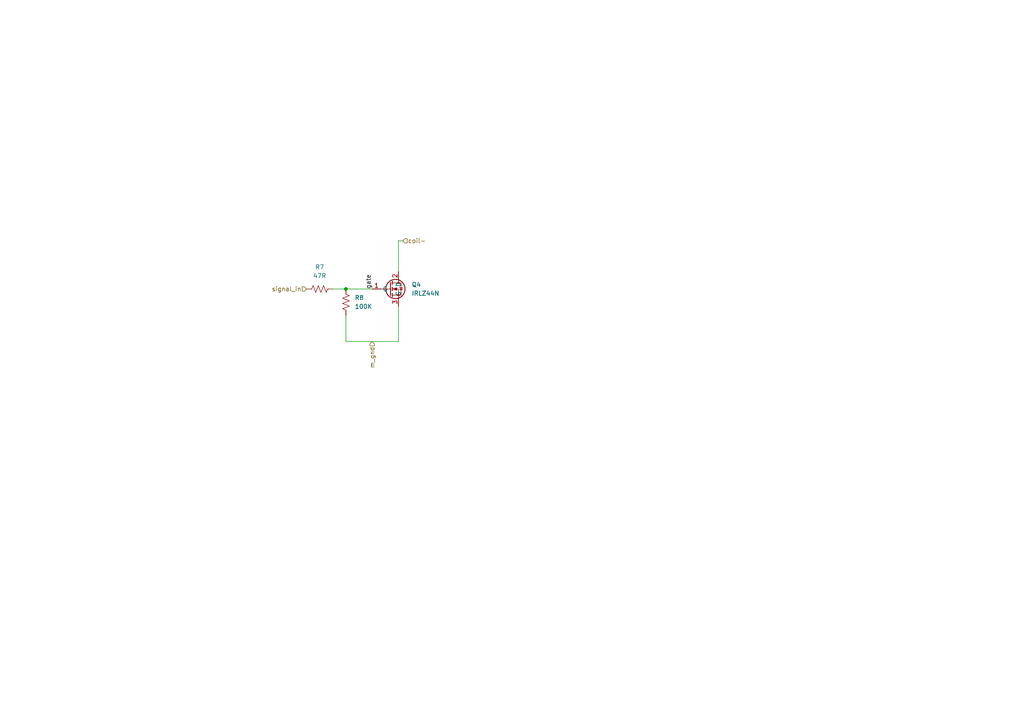
<source format=kicad_sch>
(kicad_sch
	(version 20250114)
	(generator "eeschema")
	(generator_version "9.0")
	(uuid "57fcd4e4-e03a-4da3-9068-5f076df4df21")
	(paper "A4")
	(lib_symbols
		(symbol "Device:R_US"
			(pin_numbers
				(hide yes)
			)
			(pin_names
				(offset 0)
			)
			(exclude_from_sim no)
			(in_bom yes)
			(on_board yes)
			(property "Reference" "R"
				(at 2.54 0 90)
				(effects
					(font
						(size 1.27 1.27)
					)
				)
			)
			(property "Value" "R_US"
				(at -2.54 0 90)
				(effects
					(font
						(size 1.27 1.27)
					)
				)
			)
			(property "Footprint" ""
				(at 1.016 -0.254 90)
				(effects
					(font
						(size 1.27 1.27)
					)
					(hide yes)
				)
			)
			(property "Datasheet" "~"
				(at 0 0 0)
				(effects
					(font
						(size 1.27 1.27)
					)
					(hide yes)
				)
			)
			(property "Description" "Resistor, US symbol"
				(at 0 0 0)
				(effects
					(font
						(size 1.27 1.27)
					)
					(hide yes)
				)
			)
			(property "ki_keywords" "R res resistor"
				(at 0 0 0)
				(effects
					(font
						(size 1.27 1.27)
					)
					(hide yes)
				)
			)
			(property "ki_fp_filters" "R_*"
				(at 0 0 0)
				(effects
					(font
						(size 1.27 1.27)
					)
					(hide yes)
				)
			)
			(symbol "R_US_0_1"
				(polyline
					(pts
						(xy 0 2.286) (xy 0 2.54)
					)
					(stroke
						(width 0)
						(type default)
					)
					(fill
						(type none)
					)
				)
				(polyline
					(pts
						(xy 0 2.286) (xy 1.016 1.905) (xy 0 1.524) (xy -1.016 1.143) (xy 0 0.762)
					)
					(stroke
						(width 0)
						(type default)
					)
					(fill
						(type none)
					)
				)
				(polyline
					(pts
						(xy 0 0.762) (xy 1.016 0.381) (xy 0 0) (xy -1.016 -0.381) (xy 0 -0.762)
					)
					(stroke
						(width 0)
						(type default)
					)
					(fill
						(type none)
					)
				)
				(polyline
					(pts
						(xy 0 -0.762) (xy 1.016 -1.143) (xy 0 -1.524) (xy -1.016 -1.905) (xy 0 -2.286)
					)
					(stroke
						(width 0)
						(type default)
					)
					(fill
						(type none)
					)
				)
				(polyline
					(pts
						(xy 0 -2.286) (xy 0 -2.54)
					)
					(stroke
						(width 0)
						(type default)
					)
					(fill
						(type none)
					)
				)
			)
			(symbol "R_US_1_1"
				(pin passive line
					(at 0 3.81 270)
					(length 1.27)
					(name "~"
						(effects
							(font
								(size 1.27 1.27)
							)
						)
					)
					(number "1"
						(effects
							(font
								(size 1.27 1.27)
							)
						)
					)
				)
				(pin passive line
					(at 0 -3.81 90)
					(length 1.27)
					(name "~"
						(effects
							(font
								(size 1.27 1.27)
							)
						)
					)
					(number "2"
						(effects
							(font
								(size 1.27 1.27)
							)
						)
					)
				)
			)
			(embedded_fonts no)
		)
		(symbol "Transistor_FET:IRLZ44N"
			(exclude_from_sim no)
			(in_bom yes)
			(on_board yes)
			(property "Reference" "Q"
				(at 5.08 1.905 0)
				(effects
					(font
						(size 1.27 1.27)
					)
					(justify left)
				)
			)
			(property "Value" "IRLZ44N"
				(at 5.08 0 0)
				(effects
					(font
						(size 1.27 1.27)
					)
					(justify left)
				)
			)
			(property "Footprint" "Package_TO_SOT_THT:TO-220-3_Vertical"
				(at 5.08 -1.905 0)
				(effects
					(font
						(size 1.27 1.27)
						(italic yes)
					)
					(justify left)
					(hide yes)
				)
			)
			(property "Datasheet" "http://www.irf.com/product-info/datasheets/data/irlz44n.pdf"
				(at 5.08 -3.81 0)
				(effects
					(font
						(size 1.27 1.27)
					)
					(justify left)
					(hide yes)
				)
			)
			(property "Description" "47A Id, 55V Vds, 22mOhm Rds Single N-Channel HEXFET Power MOSFET, TO-220AB"
				(at 0 0 0)
				(effects
					(font
						(size 1.27 1.27)
					)
					(hide yes)
				)
			)
			(property "ki_keywords" "N-Channel HEXFET MOSFET Logic-Level"
				(at 0 0 0)
				(effects
					(font
						(size 1.27 1.27)
					)
					(hide yes)
				)
			)
			(property "ki_fp_filters" "TO?220*"
				(at 0 0 0)
				(effects
					(font
						(size 1.27 1.27)
					)
					(hide yes)
				)
			)
			(symbol "IRLZ44N_0_1"
				(polyline
					(pts
						(xy 0.254 1.905) (xy 0.254 -1.905)
					)
					(stroke
						(width 0.254)
						(type default)
					)
					(fill
						(type none)
					)
				)
				(polyline
					(pts
						(xy 0.254 0) (xy -2.54 0)
					)
					(stroke
						(width 0)
						(type default)
					)
					(fill
						(type none)
					)
				)
				(polyline
					(pts
						(xy 0.762 2.286) (xy 0.762 1.27)
					)
					(stroke
						(width 0.254)
						(type default)
					)
					(fill
						(type none)
					)
				)
				(polyline
					(pts
						(xy 0.762 0.508) (xy 0.762 -0.508)
					)
					(stroke
						(width 0.254)
						(type default)
					)
					(fill
						(type none)
					)
				)
				(polyline
					(pts
						(xy 0.762 -1.27) (xy 0.762 -2.286)
					)
					(stroke
						(width 0.254)
						(type default)
					)
					(fill
						(type none)
					)
				)
				(polyline
					(pts
						(xy 0.762 -1.778) (xy 3.302 -1.778) (xy 3.302 1.778) (xy 0.762 1.778)
					)
					(stroke
						(width 0)
						(type default)
					)
					(fill
						(type none)
					)
				)
				(polyline
					(pts
						(xy 1.016 0) (xy 2.032 0.381) (xy 2.032 -0.381) (xy 1.016 0)
					)
					(stroke
						(width 0)
						(type default)
					)
					(fill
						(type outline)
					)
				)
				(circle
					(center 1.651 0)
					(radius 2.794)
					(stroke
						(width 0.254)
						(type default)
					)
					(fill
						(type none)
					)
				)
				(polyline
					(pts
						(xy 2.54 2.54) (xy 2.54 1.778)
					)
					(stroke
						(width 0)
						(type default)
					)
					(fill
						(type none)
					)
				)
				(circle
					(center 2.54 1.778)
					(radius 0.254)
					(stroke
						(width 0)
						(type default)
					)
					(fill
						(type outline)
					)
				)
				(circle
					(center 2.54 -1.778)
					(radius 0.254)
					(stroke
						(width 0)
						(type default)
					)
					(fill
						(type outline)
					)
				)
				(polyline
					(pts
						(xy 2.54 -2.54) (xy 2.54 0) (xy 0.762 0)
					)
					(stroke
						(width 0)
						(type default)
					)
					(fill
						(type none)
					)
				)
				(polyline
					(pts
						(xy 2.794 0.508) (xy 2.921 0.381) (xy 3.683 0.381) (xy 3.81 0.254)
					)
					(stroke
						(width 0)
						(type default)
					)
					(fill
						(type none)
					)
				)
				(polyline
					(pts
						(xy 3.302 0.381) (xy 2.921 -0.254) (xy 3.683 -0.254) (xy 3.302 0.381)
					)
					(stroke
						(width 0)
						(type default)
					)
					(fill
						(type none)
					)
				)
			)
			(symbol "IRLZ44N_1_1"
				(pin input line
					(at -5.08 0 0)
					(length 2.54)
					(name "G"
						(effects
							(font
								(size 1.27 1.27)
							)
						)
					)
					(number "1"
						(effects
							(font
								(size 1.27 1.27)
							)
						)
					)
				)
				(pin passive line
					(at 2.54 5.08 270)
					(length 2.54)
					(name "D"
						(effects
							(font
								(size 1.27 1.27)
							)
						)
					)
					(number "2"
						(effects
							(font
								(size 1.27 1.27)
							)
						)
					)
				)
				(pin passive line
					(at 2.54 -5.08 90)
					(length 2.54)
					(name "S"
						(effects
							(font
								(size 1.27 1.27)
							)
						)
					)
					(number "3"
						(effects
							(font
								(size 1.27 1.27)
							)
						)
					)
				)
			)
			(embedded_fonts no)
		)
	)
	(junction
		(at 100.33 83.82)
		(diameter 0)
		(color 0 0 0 0)
		(uuid "39d22070-d0c8-41ed-8421-c6d0f11c5eb2")
	)
	(wire
		(pts
			(xy 115.57 69.85) (xy 116.84 69.85)
		)
		(stroke
			(width 0)
			(type default)
		)
		(uuid "2081934f-31bf-4f7a-ae15-875e4fae1daa")
	)
	(wire
		(pts
			(xy 96.52 83.82) (xy 100.33 83.82)
		)
		(stroke
			(width 0)
			(type default)
		)
		(uuid "2921c11f-7f46-4997-96ea-60ae0163a483")
	)
	(wire
		(pts
			(xy 115.57 88.9) (xy 115.57 99.06)
		)
		(stroke
			(width 0)
			(type default)
		)
		(uuid "363ea792-d7b8-40ca-aa1d-1269322ac92f")
	)
	(wire
		(pts
			(xy 115.57 78.74) (xy 115.57 69.85)
		)
		(stroke
			(width 0)
			(type default)
		)
		(uuid "5b23699d-337d-487e-84d8-f335be1ee7dc")
	)
	(wire
		(pts
			(xy 100.33 83.82) (xy 107.95 83.82)
		)
		(stroke
			(width 0)
			(type default)
		)
		(uuid "8bbfdeec-e472-4b97-8d77-61cef3d2eb5b")
	)
	(wire
		(pts
			(xy 100.33 99.06) (xy 115.57 99.06)
		)
		(stroke
			(width 0)
			(type default)
		)
		(uuid "af778189-ae7e-42a9-b6b0-d15cb1befd83")
	)
	(wire
		(pts
			(xy 100.33 91.44) (xy 100.33 99.06)
		)
		(stroke
			(width 0)
			(type default)
		)
		(uuid "ee8667c7-ec96-4931-a664-9dc0e1299727")
	)
	(label "gate"
		(at 107.95 83.82 90)
		(effects
			(font
				(size 1.27 1.27)
			)
			(justify left bottom)
		)
		(uuid "d66a5260-cdfd-4e67-8aa4-f4e3d919aea8")
	)
	(hierarchical_label "signal_in"
		(shape input)
		(at 88.9 83.82 180)
		(effects
			(font
				(size 1.27 1.27)
			)
			(justify right)
		)
		(uuid "21772e0b-33be-4341-880a-28f9dae1884a")
	)
	(hierarchical_label "coil-"
		(shape input)
		(at 116.84 69.85 0)
		(effects
			(font
				(size 1.27 1.27)
			)
			(justify left)
		)
		(uuid "5bcaef4d-3603-4f98-ab6f-2801af8aecb4")
	)
	(hierarchical_label "m_gnd"
		(shape input)
		(at 107.95 99.06 270)
		(effects
			(font
				(size 1.27 1.27)
			)
			(justify right)
		)
		(uuid "74f76629-c85c-47a7-b744-f66db93a4c0c")
	)
	(symbol
		(lib_id "Device:R_US")
		(at 100.33 87.63 0)
		(unit 1)
		(exclude_from_sim no)
		(in_bom yes)
		(on_board yes)
		(dnp no)
		(fields_autoplaced yes)
		(uuid "1e664b87-5d3e-4e9a-8218-e1cd8bb1b0c7")
		(property "Reference" "R2"
			(at 102.87 86.3599 0)
			(effects
				(font
					(size 1.27 1.27)
				)
				(justify left)
			)
		)
		(property "Value" "100K"
			(at 102.87 88.8999 0)
			(effects
				(font
					(size 1.27 1.27)
				)
				(justify left)
			)
		)
		(property "Footprint" "Resistor_THT:R_Axial_DIN0207_L6.3mm_D2.5mm_P2.54mm_Vertical"
			(at 101.346 87.884 90)
			(effects
				(font
					(size 1.27 1.27)
				)
				(hide yes)
			)
		)
		(property "Datasheet" "~"
			(at 100.33 87.63 0)
			(effects
				(font
					(size 1.27 1.27)
				)
				(hide yes)
			)
		)
		(property "Description" "Resistor, US symbol"
			(at 100.33 87.63 0)
			(effects
				(font
					(size 1.27 1.27)
				)
				(hide yes)
			)
		)
		(pin "2"
			(uuid "72bd3018-d41e-4cde-9617-dd6b6fe58736")
		)
		(pin "1"
			(uuid "2f5ec01c-0014-4e78-9a2f-c316c03a358f")
		)
		(instances
			(project "OrganMosfetArrayChimes"
				(path "/c071c3dc-fcf2-4a9c-93d2-4680c1b7cb2f/f64a8887-2d1c-460e-83fc-b11b584f1002/2757642a-9874-44c7-8a91-6dd5f3cebc45"
					(reference "R8")
					(unit 1)
				)
				(path "/c071c3dc-fcf2-4a9c-93d2-4680c1b7cb2f/f64a8887-2d1c-460e-83fc-b11b584f1002/2df45482-3a6a-4105-a4e0-7cfb289f4e5e"
					(reference "R14")
					(unit 1)
				)
				(path "/c071c3dc-fcf2-4a9c-93d2-4680c1b7cb2f/f64a8887-2d1c-460e-83fc-b11b584f1002/34acf12b-64f9-4830-aa39-17b8417eae0f"
					(reference "R10")
					(unit 1)
				)
				(path "/c071c3dc-fcf2-4a9c-93d2-4680c1b7cb2f/f64a8887-2d1c-460e-83fc-b11b584f1002/4108d403-570b-4072-ac08-e659d9ddcc7e"
					(reference "R4")
					(unit 1)
				)
				(path "/c071c3dc-fcf2-4a9c-93d2-4680c1b7cb2f/f64a8887-2d1c-460e-83fc-b11b584f1002/55bec648-47f0-4c25-9685-db7c048028a6"
					(reference "R12")
					(unit 1)
				)
				(path "/c071c3dc-fcf2-4a9c-93d2-4680c1b7cb2f/f64a8887-2d1c-460e-83fc-b11b584f1002/71239b42-179d-46b4-a801-a021e56162c0"
					(reference "R2")
					(unit 1)
				)
				(path "/c071c3dc-fcf2-4a9c-93d2-4680c1b7cb2f/f64a8887-2d1c-460e-83fc-b11b584f1002/8f80ddd8-ec64-4254-a0be-6525ccba39bb"
					(reference "R6")
					(unit 1)
				)
			)
		)
	)
	(symbol
		(lib_id "Device:R_US")
		(at 92.71 83.82 90)
		(unit 1)
		(exclude_from_sim no)
		(in_bom yes)
		(on_board yes)
		(dnp no)
		(fields_autoplaced yes)
		(uuid "49c6d188-dfb1-4e6f-a11d-7f33c2a7f28c")
		(property "Reference" "R1"
			(at 92.71 77.47 90)
			(effects
				(font
					(size 1.27 1.27)
				)
			)
		)
		(property "Value" "47R"
			(at 92.71 80.01 90)
			(effects
				(font
					(size 1.27 1.27)
				)
			)
		)
		(property "Footprint" "Resistor_THT:R_Axial_DIN0207_L6.3mm_D2.5mm_P2.54mm_Vertical"
			(at 92.964 82.804 90)
			(effects
				(font
					(size 1.27 1.27)
				)
				(hide yes)
			)
		)
		(property "Datasheet" "~"
			(at 92.71 83.82 0)
			(effects
				(font
					(size 1.27 1.27)
				)
				(hide yes)
			)
		)
		(property "Description" "Resistor, US symbol"
			(at 92.71 83.82 0)
			(effects
				(font
					(size 1.27 1.27)
				)
				(hide yes)
			)
		)
		(pin "2"
			(uuid "ff57ff6c-ea43-4a81-8d7c-46ca69aac36c")
		)
		(pin "1"
			(uuid "fcc081fb-0c7e-4b73-82fd-96f9760aefff")
		)
		(instances
			(project "OrganMosfetArrayChimes"
				(path "/c071c3dc-fcf2-4a9c-93d2-4680c1b7cb2f/f64a8887-2d1c-460e-83fc-b11b584f1002/2757642a-9874-44c7-8a91-6dd5f3cebc45"
					(reference "R7")
					(unit 1)
				)
				(path "/c071c3dc-fcf2-4a9c-93d2-4680c1b7cb2f/f64a8887-2d1c-460e-83fc-b11b584f1002/2df45482-3a6a-4105-a4e0-7cfb289f4e5e"
					(reference "R13")
					(unit 1)
				)
				(path "/c071c3dc-fcf2-4a9c-93d2-4680c1b7cb2f/f64a8887-2d1c-460e-83fc-b11b584f1002/34acf12b-64f9-4830-aa39-17b8417eae0f"
					(reference "R9")
					(unit 1)
				)
				(path "/c071c3dc-fcf2-4a9c-93d2-4680c1b7cb2f/f64a8887-2d1c-460e-83fc-b11b584f1002/4108d403-570b-4072-ac08-e659d9ddcc7e"
					(reference "R3")
					(unit 1)
				)
				(path "/c071c3dc-fcf2-4a9c-93d2-4680c1b7cb2f/f64a8887-2d1c-460e-83fc-b11b584f1002/55bec648-47f0-4c25-9685-db7c048028a6"
					(reference "R11")
					(unit 1)
				)
				(path "/c071c3dc-fcf2-4a9c-93d2-4680c1b7cb2f/f64a8887-2d1c-460e-83fc-b11b584f1002/71239b42-179d-46b4-a801-a021e56162c0"
					(reference "R1")
					(unit 1)
				)
				(path "/c071c3dc-fcf2-4a9c-93d2-4680c1b7cb2f/f64a8887-2d1c-460e-83fc-b11b584f1002/8f80ddd8-ec64-4254-a0be-6525ccba39bb"
					(reference "R5")
					(unit 1)
				)
			)
		)
	)
	(symbol
		(lib_id "Transistor_FET:IRLZ44N")
		(at 113.03 83.82 0)
		(unit 1)
		(exclude_from_sim no)
		(in_bom yes)
		(on_board yes)
		(dnp no)
		(fields_autoplaced yes)
		(uuid "e6026486-e4d7-40af-b46e-1abc4aa3cfd0")
		(property "Reference" "Q1"
			(at 119.38 82.5499 0)
			(effects
				(font
					(size 1.27 1.27)
				)
				(justify left)
			)
		)
		(property "Value" "IRLZ44N"
			(at 119.38 85.0899 0)
			(effects
				(font
					(size 1.27 1.27)
				)
				(justify left)
			)
		)
		(property "Footprint" "Package_TO_SOT_THT:TO-220-3_Vertical"
			(at 118.11 85.725 0)
			(effects
				(font
					(size 1.27 1.27)
					(italic yes)
				)
				(justify left)
				(hide yes)
			)
		)
		(property "Datasheet" "http://www.irf.com/product-info/datasheets/data/irlz44n.pdf"
			(at 118.11 87.63 0)
			(effects
				(font
					(size 1.27 1.27)
				)
				(justify left)
				(hide yes)
			)
		)
		(property "Description" "47A Id, 55V Vds, 22mOhm Rds Single N-Channel HEXFET Power MOSFET, TO-220AB"
			(at 113.03 83.82 0)
			(effects
				(font
					(size 1.27 1.27)
				)
				(hide yes)
			)
		)
		(pin "2"
			(uuid "84bceee4-3cd1-43f2-a3a8-b132cd8f028f")
		)
		(pin "3"
			(uuid "b7b06add-5afe-41eb-96ea-5fbde0c8255d")
		)
		(pin "1"
			(uuid "83907de3-ca37-484c-85b3-a515697a0cd4")
		)
		(instances
			(project "OrganMosfetArrayChimes"
				(path "/c071c3dc-fcf2-4a9c-93d2-4680c1b7cb2f/f64a8887-2d1c-460e-83fc-b11b584f1002/2757642a-9874-44c7-8a91-6dd5f3cebc45"
					(reference "Q4")
					(unit 1)
				)
				(path "/c071c3dc-fcf2-4a9c-93d2-4680c1b7cb2f/f64a8887-2d1c-460e-83fc-b11b584f1002/2df45482-3a6a-4105-a4e0-7cfb289f4e5e"
					(reference "Q7")
					(unit 1)
				)
				(path "/c071c3dc-fcf2-4a9c-93d2-4680c1b7cb2f/f64a8887-2d1c-460e-83fc-b11b584f1002/34acf12b-64f9-4830-aa39-17b8417eae0f"
					(reference "Q5")
					(unit 1)
				)
				(path "/c071c3dc-fcf2-4a9c-93d2-4680c1b7cb2f/f64a8887-2d1c-460e-83fc-b11b584f1002/4108d403-570b-4072-ac08-e659d9ddcc7e"
					(reference "Q2")
					(unit 1)
				)
				(path "/c071c3dc-fcf2-4a9c-93d2-4680c1b7cb2f/f64a8887-2d1c-460e-83fc-b11b584f1002/55bec648-47f0-4c25-9685-db7c048028a6"
					(reference "Q6")
					(unit 1)
				)
				(path "/c071c3dc-fcf2-4a9c-93d2-4680c1b7cb2f/f64a8887-2d1c-460e-83fc-b11b584f1002/71239b42-179d-46b4-a801-a021e56162c0"
					(reference "Q1")
					(unit 1)
				)
				(path "/c071c3dc-fcf2-4a9c-93d2-4680c1b7cb2f/f64a8887-2d1c-460e-83fc-b11b584f1002/8f80ddd8-ec64-4254-a0be-6525ccba39bb"
					(reference "Q3")
					(unit 1)
				)
			)
		)
	)
)

</source>
